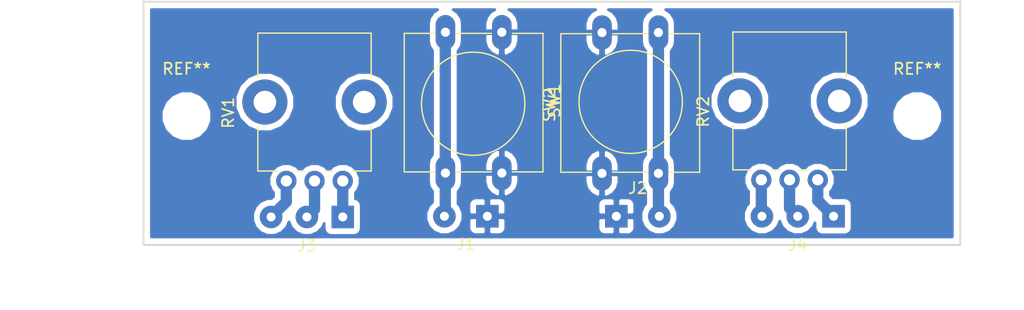
<source format=kicad_pcb>
(kicad_pcb (version 20171130) (host pcbnew 5.0.2-bee76a0~70~ubuntu16.04.1)

  (general
    (thickness 1.6)
    (drawings 6)
    (tracks 18)
    (zones 0)
    (modules 10)
    (nets 10)
  )

  (page A4)
  (layers
    (0 F.Cu signal)
    (31 B.Cu signal)
    (32 B.Adhes user)
    (33 F.Adhes user)
    (34 B.Paste user)
    (35 F.Paste user)
    (36 B.SilkS user)
    (37 F.SilkS user)
    (38 B.Mask user)
    (39 F.Mask user)
    (40 Dwgs.User user)
    (41 Cmts.User user)
    (42 Eco1.User user)
    (43 Eco2.User user)
    (44 Edge.Cuts user)
    (45 Margin user)
    (46 B.CrtYd user)
    (47 F.CrtYd user)
    (48 B.Fab user)
    (49 F.Fab user)
  )

  (setup
    (last_trace_width 1)
    (trace_clearance 0.5)
    (zone_clearance 0.508)
    (zone_45_only no)
    (trace_min 0.2)
    (segment_width 0.2)
    (edge_width 0.15)
    (via_size 0.8)
    (via_drill 0.4)
    (via_min_size 0.4)
    (via_min_drill 0.3)
    (uvia_size 0.3)
    (uvia_drill 0.1)
    (uvias_allowed no)
    (uvia_min_size 0.2)
    (uvia_min_drill 0.1)
    (pcb_text_width 0.3)
    (pcb_text_size 1.5 1.5)
    (mod_edge_width 0.15)
    (mod_text_size 1 1)
    (mod_text_width 0.15)
    (pad_size 1.524 1.524)
    (pad_drill 0.762)
    (pad_to_mask_clearance 0.051)
    (solder_mask_min_width 0.25)
    (aux_axis_origin 0 0)
    (visible_elements FFFFFF7F)
    (pcbplotparams
      (layerselection 0x010fc_ffffffff)
      (usegerberextensions false)
      (usegerberattributes false)
      (usegerberadvancedattributes false)
      (creategerberjobfile false)
      (excludeedgelayer true)
      (linewidth 0.100000)
      (plotframeref false)
      (viasonmask false)
      (mode 1)
      (useauxorigin false)
      (hpglpennumber 1)
      (hpglpenspeed 20)
      (hpglpendiameter 15.000000)
      (psnegative false)
      (psa4output false)
      (plotreference true)
      (plotvalue true)
      (plotinvisibletext false)
      (padsonsilk false)
      (subtractmaskfromsilk false)
      (outputformat 1)
      (mirror false)
      (drillshape 1)
      (scaleselection 1)
      (outputdirectory ""))
  )

  (net 0 "")
  (net 1 "Net-(J1-Pad1)")
  (net 2 "Net-(J1-Pad2)")
  (net 3 "Net-(J3-Pad1)")
  (net 4 "Net-(J3-Pad2)")
  (net 5 "Net-(J3-Pad3)")
  (net 6 "Net-(J4-Pad3)")
  (net 7 "Net-(J4-Pad2)")
  (net 8 "Net-(J4-Pad1)")
  (net 9 "Net-(J2-Pad2)")

  (net_class Default "This is the default net class."
    (clearance 0.5)
    (trace_width 1)
    (via_dia 0.8)
    (via_drill 0.4)
    (uvia_dia 0.3)
    (uvia_drill 0.1)
    (add_net "Net-(J1-Pad1)")
    (add_net "Net-(J1-Pad2)")
    (add_net "Net-(J2-Pad2)")
    (add_net "Net-(J3-Pad1)")
    (add_net "Net-(J3-Pad2)")
    (add_net "Net-(J3-Pad3)")
    (add_net "Net-(J4-Pad1)")
    (add_net "Net-(J4-Pad2)")
    (add_net "Net-(J4-Pad3)")
  )

  (module Potentiometer_THT:Potentiometer_Alps_RK09K_Single_Vertical (layer F.Cu) (tedit 5A3D4993) (tstamp 5C270F83)
    (at 100.4 126.3 90)
    (descr "Potentiometer, vertical, Alps RK09K Single, http://www.alps.com/prod/info/E/HTML/Potentiometer/RotaryPotentiometers/RK09K/RK09K_list.html")
    (tags "Potentiometer vertical Alps RK09K Single")
    (path /5C1A7280)
    (fp_text reference RV2 (at 6.05 -10.15 90) (layer F.SilkS)
      (effects (font (size 1 1) (thickness 0.15)))
    )
    (fp_text value R_POT (at 6.05 5.15 90) (layer F.Fab)
      (effects (font (size 1 1) (thickness 0.15)))
    )
    (fp_text user %R (at 2 -2.5 180) (layer F.Fab)
      (effects (font (size 1 1) (thickness 0.15)))
    )
    (fp_line (start 13.25 -9.15) (end -1.15 -9.15) (layer F.CrtYd) (width 0.05))
    (fp_line (start 13.25 4.15) (end 13.25 -9.15) (layer F.CrtYd) (width 0.05))
    (fp_line (start -1.15 4.15) (end 13.25 4.15) (layer F.CrtYd) (width 0.05))
    (fp_line (start -1.15 -9.15) (end -1.15 4.15) (layer F.CrtYd) (width 0.05))
    (fp_line (start 13.12 -7.521) (end 13.12 2.52) (layer F.SilkS) (width 0.12))
    (fp_line (start 0.88 0.87) (end 0.88 2.52) (layer F.SilkS) (width 0.12))
    (fp_line (start 0.88 -1.629) (end 0.88 -0.87) (layer F.SilkS) (width 0.12))
    (fp_line (start 0.88 -4.129) (end 0.88 -3.37) (layer F.SilkS) (width 0.12))
    (fp_line (start 0.88 -7.521) (end 0.88 -5.871) (layer F.SilkS) (width 0.12))
    (fp_line (start 9.184 2.52) (end 13.12 2.52) (layer F.SilkS) (width 0.12))
    (fp_line (start 0.88 2.52) (end 4.817 2.52) (layer F.SilkS) (width 0.12))
    (fp_line (start 9.184 -7.521) (end 13.12 -7.521) (layer F.SilkS) (width 0.12))
    (fp_line (start 0.88 -7.521) (end 4.817 -7.521) (layer F.SilkS) (width 0.12))
    (fp_line (start 13 -7.4) (end 1 -7.4) (layer F.Fab) (width 0.1))
    (fp_line (start 13 2.4) (end 13 -7.4) (layer F.Fab) (width 0.1))
    (fp_line (start 1 2.4) (end 13 2.4) (layer F.Fab) (width 0.1))
    (fp_line (start 1 -7.4) (end 1 2.4) (layer F.Fab) (width 0.1))
    (fp_circle (center 7.5 -2.5) (end 10.5 -2.5) (layer F.Fab) (width 0.1))
    (pad "" np_thru_hole circle (at 7 1.9 90) (size 4 4) (drill 2) (layers *.Cu *.Mask))
    (pad "" np_thru_hole circle (at 7 -6.9 90) (size 4 4) (drill 2) (layers *.Cu *.Mask))
    (pad 1 thru_hole circle (at 0 0 90) (size 1.8 1.8) (drill 1) (layers *.Cu *.Mask)
      (net 8 "Net-(J4-Pad1)"))
    (pad 2 thru_hole circle (at 0 -2.5 90) (size 1.8 1.8) (drill 1) (layers *.Cu *.Mask)
      (net 7 "Net-(J4-Pad2)"))
    (pad 3 thru_hole circle (at 0 -5 90) (size 1.8 1.8) (drill 1) (layers *.Cu *.Mask)
      (net 6 "Net-(J4-Pad3)"))
    (model ${KISYS3DMOD}/Potentiometer_THT.3dshapes/Potentiometer_Alps_RK09K_Single_Vertical.wrl
      (at (xyz 0 0 0))
      (scale (xyz 1 1 1))
      (rotate (xyz 0 0 0))
    )
  )

  (module Connector_Wire:SolderWirePad_1x02_P3.81mm_Drill0.8mm (layer F.Cu) (tedit 5AEE54BF) (tstamp 5C27061B)
    (at 71.12 129.54 180)
    (descr "Wire solder connection")
    (tags connector)
    (path /5C1A7BF7)
    (attr virtual)
    (fp_text reference J1 (at 1.905 -2.5 180) (layer F.SilkS)
      (effects (font (size 1 1) (thickness 0.15)))
    )
    (fp_text value Conn_01x02_Male (at 1.905 2.54 180) (layer F.Fab)
      (effects (font (size 1 1) (thickness 0.15)))
    )
    (fp_text user %R (at 1.905 0 180) (layer F.Fab)
      (effects (font (size 1 1) (thickness 0.15)))
    )
    (fp_line (start -1.49 -1.5) (end 5.31 -1.5) (layer F.CrtYd) (width 0.05))
    (fp_line (start -1.49 -1.5) (end -1.49 1.5) (layer F.CrtYd) (width 0.05))
    (fp_line (start 5.31 1.5) (end 5.31 -1.5) (layer F.CrtYd) (width 0.05))
    (fp_line (start 5.31 1.5) (end -1.49 1.5) (layer F.CrtYd) (width 0.05))
    (pad 1 thru_hole rect (at 0 0 180) (size 1.99898 1.99898) (drill 0.8001) (layers *.Cu *.Mask)
      (net 1 "Net-(J1-Pad1)"))
    (pad 2 thru_hole circle (at 3.81 0 180) (size 1.99898 1.99898) (drill 0.8001) (layers *.Cu *.Mask)
      (net 2 "Net-(J1-Pad2)"))
  )

  (module Connector_Wire:SolderWirePad_1x02_P3.81mm_Drill0.8mm (layer F.Cu) (tedit 5AEE54BF) (tstamp 5C270626)
    (at 82.55 129.54)
    (descr "Wire solder connection")
    (tags connector)
    (path /5C1A7D4A)
    (attr virtual)
    (fp_text reference J2 (at 1.905 -2.5) (layer F.SilkS)
      (effects (font (size 1 1) (thickness 0.15)))
    )
    (fp_text value Conn_01x02_Male (at 1.905 2.54) (layer F.Fab)
      (effects (font (size 1 1) (thickness 0.15)))
    )
    (fp_line (start 5.31 1.5) (end -1.49 1.5) (layer F.CrtYd) (width 0.05))
    (fp_line (start 5.31 1.5) (end 5.31 -1.5) (layer F.CrtYd) (width 0.05))
    (fp_line (start -1.49 -1.5) (end -1.49 1.5) (layer F.CrtYd) (width 0.05))
    (fp_line (start -1.49 -1.5) (end 5.31 -1.5) (layer F.CrtYd) (width 0.05))
    (fp_text user %R (at 1.905 0) (layer F.Fab)
      (effects (font (size 1 1) (thickness 0.15)))
    )
    (pad 2 thru_hole circle (at 3.81 0) (size 1.99898 1.99898) (drill 0.8001) (layers *.Cu *.Mask)
      (net 9 "Net-(J2-Pad2)"))
    (pad 1 thru_hole rect (at 0 0) (size 1.99898 1.99898) (drill 0.8001) (layers *.Cu *.Mask)
      (net 1 "Net-(J1-Pad1)"))
  )

  (module Connector_Wire:SolderWirePad_1x03_P3.175mm_Drill0.8mm (layer F.Cu) (tedit 5AEE57A0) (tstamp 5C271027)
    (at 58.3 129.6 180)
    (descr "Wire solder connection")
    (tags connector)
    (path /5C1A7AB6)
    (attr virtual)
    (fp_text reference J3 (at 3.175 -2.54 180) (layer F.SilkS)
      (effects (font (size 1 1) (thickness 0.15)))
    )
    (fp_text value Conn_01x03_Male (at 3.175 2.54 180) (layer F.Fab)
      (effects (font (size 1 1) (thickness 0.15)))
    )
    (fp_text user %R (at 3.175 0 180) (layer F.Fab)
      (effects (font (size 1 1) (thickness 0.15)))
    )
    (fp_line (start -1.49 -1.5) (end 7.85 -1.5) (layer F.CrtYd) (width 0.05))
    (fp_line (start -1.49 -1.5) (end -1.49 1.5) (layer F.CrtYd) (width 0.05))
    (fp_line (start 7.85 1.5) (end 7.85 -1.5) (layer F.CrtYd) (width 0.05))
    (fp_line (start 7.85 1.5) (end -1.49 1.5) (layer F.CrtYd) (width 0.05))
    (pad 1 thru_hole rect (at 0 0 180) (size 1.99898 1.99898) (drill 0.8001) (layers *.Cu *.Mask)
      (net 3 "Net-(J3-Pad1)"))
    (pad 2 thru_hole circle (at 3.175 0 180) (size 1.99898 1.99898) (drill 0.8001) (layers *.Cu *.Mask)
      (net 4 "Net-(J3-Pad2)"))
    (pad 3 thru_hole circle (at 6.35 0 180) (size 1.99898 1.99898) (drill 0.8001) (layers *.Cu *.Mask)
      (net 5 "Net-(J3-Pad3)"))
  )

  (module Connector_Wire:SolderWirePad_1x03_P3.175mm_Drill0.8mm (layer F.Cu) (tedit 5AEE57A0) (tstamp 5C27063E)
    (at 101.8 129.54 180)
    (descr "Wire solder connection")
    (tags connector)
    (path /5C1A7AE0)
    (attr virtual)
    (fp_text reference J4 (at 3.175 -2.54 180) (layer F.SilkS)
      (effects (font (size 1 1) (thickness 0.15)))
    )
    (fp_text value Conn_01x03_Male (at 3.175 2.54 180) (layer F.Fab)
      (effects (font (size 1 1) (thickness 0.15)))
    )
    (fp_line (start 7.85 1.5) (end -1.49 1.5) (layer F.CrtYd) (width 0.05))
    (fp_line (start 7.85 1.5) (end 7.85 -1.5) (layer F.CrtYd) (width 0.05))
    (fp_line (start -1.49 -1.5) (end -1.49 1.5) (layer F.CrtYd) (width 0.05))
    (fp_line (start -1.49 -1.5) (end 7.85 -1.5) (layer F.CrtYd) (width 0.05))
    (fp_text user %R (at 3.175 0 180) (layer F.Fab)
      (effects (font (size 1 1) (thickness 0.15)))
    )
    (pad 3 thru_hole circle (at 6.35 0 180) (size 1.99898 1.99898) (drill 0.8001) (layers *.Cu *.Mask)
      (net 6 "Net-(J4-Pad3)"))
    (pad 2 thru_hole circle (at 3.175 0 180) (size 1.99898 1.99898) (drill 0.8001) (layers *.Cu *.Mask)
      (net 7 "Net-(J4-Pad2)"))
    (pad 1 thru_hole rect (at 0 0 180) (size 1.99898 1.99898) (drill 0.8001) (layers *.Cu *.Mask)
      (net 8 "Net-(J4-Pad1)"))
  )

  (module Potentiometer_THT:Potentiometer_Alps_RK09K_Single_Vertical (layer F.Cu) (tedit 5A3D4993) (tstamp 5C27065A)
    (at 58.3 126.4 90)
    (descr "Potentiometer, vertical, Alps RK09K Single, http://www.alps.com/prod/info/E/HTML/Potentiometer/RotaryPotentiometers/RK09K/RK09K_list.html")
    (tags "Potentiometer vertical Alps RK09K Single")
    (path /5C1A711A)
    (fp_text reference RV1 (at 6.05 -10.15 90) (layer F.SilkS)
      (effects (font (size 1 1) (thickness 0.15)))
    )
    (fp_text value R_POT (at 6.05 5.15 90) (layer F.Fab)
      (effects (font (size 1 1) (thickness 0.15)))
    )
    (fp_circle (center 7.5 -2.5) (end 10.5 -2.5) (layer F.Fab) (width 0.1))
    (fp_line (start 1 -7.4) (end 1 2.4) (layer F.Fab) (width 0.1))
    (fp_line (start 1 2.4) (end 13 2.4) (layer F.Fab) (width 0.1))
    (fp_line (start 13 2.4) (end 13 -7.4) (layer F.Fab) (width 0.1))
    (fp_line (start 13 -7.4) (end 1 -7.4) (layer F.Fab) (width 0.1))
    (fp_line (start 0.88 -7.521) (end 4.817 -7.521) (layer F.SilkS) (width 0.12))
    (fp_line (start 9.184 -7.521) (end 13.12 -7.521) (layer F.SilkS) (width 0.12))
    (fp_line (start 0.88 2.52) (end 4.817 2.52) (layer F.SilkS) (width 0.12))
    (fp_line (start 9.184 2.52) (end 13.12 2.52) (layer F.SilkS) (width 0.12))
    (fp_line (start 0.88 -7.521) (end 0.88 -5.871) (layer F.SilkS) (width 0.12))
    (fp_line (start 0.88 -4.129) (end 0.88 -3.37) (layer F.SilkS) (width 0.12))
    (fp_line (start 0.88 -1.629) (end 0.88 -0.87) (layer F.SilkS) (width 0.12))
    (fp_line (start 0.88 0.87) (end 0.88 2.52) (layer F.SilkS) (width 0.12))
    (fp_line (start 13.12 -7.521) (end 13.12 2.52) (layer F.SilkS) (width 0.12))
    (fp_line (start -1.15 -9.15) (end -1.15 4.15) (layer F.CrtYd) (width 0.05))
    (fp_line (start -1.15 4.15) (end 13.25 4.15) (layer F.CrtYd) (width 0.05))
    (fp_line (start 13.25 4.15) (end 13.25 -9.15) (layer F.CrtYd) (width 0.05))
    (fp_line (start 13.25 -9.15) (end -1.15 -9.15) (layer F.CrtYd) (width 0.05))
    (fp_text user %R (at 2 -2.5 180) (layer F.Fab)
      (effects (font (size 1 1) (thickness 0.15)))
    )
    (pad 3 thru_hole circle (at 0 -5 90) (size 1.8 1.8) (drill 1) (layers *.Cu *.Mask)
      (net 5 "Net-(J3-Pad3)"))
    (pad 2 thru_hole circle (at 0 -2.5 90) (size 1.8 1.8) (drill 1) (layers *.Cu *.Mask)
      (net 4 "Net-(J3-Pad2)"))
    (pad 1 thru_hole circle (at 0 0 90) (size 1.8 1.8) (drill 1) (layers *.Cu *.Mask)
      (net 3 "Net-(J3-Pad1)"))
    (pad "" np_thru_hole circle (at 7 -6.9 90) (size 4 4) (drill 2) (layers *.Cu *.Mask))
    (pad "" np_thru_hole circle (at 7 1.9 90) (size 4 4) (drill 2) (layers *.Cu *.Mask))
    (model ${KISYS3DMOD}/Potentiometer_THT.3dshapes/Potentiometer_Alps_RK09K_Single_Vertical.wrl
      (at (xyz 0 0 0))
      (scale (xyz 1 1 1))
      (rotate (xyz 0 0 0))
    )
  )

  (module Button_Switch_THT:SW_PUSH-12mm (layer F.Cu) (tedit 5A02FE31) (tstamp 5C1D2165)
    (at 72.4 113.2 270)
    (descr "SW PUSH 12mm https://www.e-switch.com/system/asset/product_line/data_sheet/143/TL1100.pdf")
    (tags "tact sw push 12mm")
    (path /5C1A77E9)
    (fp_text reference SW1 (at 6.08 -4.66 270) (layer F.SilkS)
      (effects (font (size 1 1) (thickness 0.15)))
    )
    (fp_text value SW_Push (at 6.62 9.93 270) (layer F.Fab)
      (effects (font (size 1 1) (thickness 0.15)))
    )
    (fp_line (start 12.4 -3.65) (end 12.4 -0.93) (layer F.SilkS) (width 0.12))
    (fp_line (start 12.4 5.93) (end 12.4 8.65) (layer F.SilkS) (width 0.12))
    (fp_line (start 0.1 4.07) (end 0.1 0.93) (layer F.SilkS) (width 0.12))
    (fp_line (start 0.1 8.65) (end 0.1 5.93) (layer F.SilkS) (width 0.12))
    (fp_line (start 0.25 -3.5) (end 0.25 8.5) (layer F.Fab) (width 0.1))
    (fp_circle (center 6.35 2.54) (end 10.16 5.08) (layer F.SilkS) (width 0.12))
    (fp_line (start 14.25 8.75) (end -1.77 8.75) (layer F.CrtYd) (width 0.05))
    (fp_line (start 14.25 8.75) (end 14.25 -3.75) (layer F.CrtYd) (width 0.05))
    (fp_line (start -1.77 -3.75) (end -1.77 8.75) (layer F.CrtYd) (width 0.05))
    (fp_line (start -1.77 -3.75) (end 14.25 -3.75) (layer F.CrtYd) (width 0.05))
    (fp_line (start 0.1 -0.93) (end 0.1 -3.65) (layer F.SilkS) (width 0.12))
    (fp_line (start 12.4 8.65) (end 0.1 8.65) (layer F.SilkS) (width 0.12))
    (fp_line (start 12.4 0.93) (end 12.4 4.07) (layer F.SilkS) (width 0.12))
    (fp_line (start 0.1 -3.65) (end 12.4 -3.65) (layer F.SilkS) (width 0.12))
    (fp_text user %R (at 6.35 2.54 270) (layer F.Fab)
      (effects (font (size 1 1) (thickness 0.15)))
    )
    (fp_line (start 12.25 -3.5) (end 12.25 8.5) (layer F.Fab) (width 0.1))
    (fp_line (start 0.25 -3.5) (end 12.25 -3.5) (layer F.Fab) (width 0.1))
    (fp_line (start 0.25 8.5) (end 12.25 8.5) (layer F.Fab) (width 0.1))
    (pad 2 thru_hole oval (at 0 5 270) (size 3.048 1.7272) (drill 0.8128) (layers *.Cu *.Mask)
      (net 2 "Net-(J1-Pad2)"))
    (pad 1 thru_hole oval (at 0 0 270) (size 3.048 1.7272) (drill 0.8128) (layers *.Cu *.Mask)
      (net 1 "Net-(J1-Pad1)"))
    (pad 2 thru_hole oval (at 12.5 5 270) (size 3.048 1.7272) (drill 0.8128) (layers *.Cu *.Mask)
      (net 2 "Net-(J1-Pad2)"))
    (pad 1 thru_hole oval (at 12.5 0 270) (size 3.048 1.7272) (drill 0.8128) (layers *.Cu *.Mask)
      (net 1 "Net-(J1-Pad1)"))
    (model ${KISYS3DMOD}/Button_Switch_THT.3dshapes/SW_PUSH-12mm.wrl
      (at (xyz 0 0 0))
      (scale (xyz 1 1 1))
      (rotate (xyz 0 0 0))
    )
  )

  (module Button_Switch_THT:SW_PUSH-12mm (layer F.Cu) (tedit 5A02FE31) (tstamp 5C28A056)
    (at 81.28 125.73 90)
    (descr "SW PUSH 12mm https://www.e-switch.com/system/asset/product_line/data_sheet/143/TL1100.pdf")
    (tags "tact sw push 12mm")
    (path /5C1A756B)
    (fp_text reference SW2 (at 6.08 -4.66 90) (layer F.SilkS)
      (effects (font (size 1 1) (thickness 0.15)))
    )
    (fp_text value SW_Push (at 6.62 9.93 90) (layer F.Fab)
      (effects (font (size 1 1) (thickness 0.15)))
    )
    (fp_line (start 0.25 8.5) (end 12.25 8.5) (layer F.Fab) (width 0.1))
    (fp_line (start 0.25 -3.5) (end 12.25 -3.5) (layer F.Fab) (width 0.1))
    (fp_line (start 12.25 -3.5) (end 12.25 8.5) (layer F.Fab) (width 0.1))
    (fp_text user %R (at 6.35 2.54 90) (layer F.Fab)
      (effects (font (size 1 1) (thickness 0.15)))
    )
    (fp_line (start 0.1 -3.65) (end 12.4 -3.65) (layer F.SilkS) (width 0.12))
    (fp_line (start 12.4 0.93) (end 12.4 4.07) (layer F.SilkS) (width 0.12))
    (fp_line (start 12.4 8.65) (end 0.1 8.65) (layer F.SilkS) (width 0.12))
    (fp_line (start 0.1 -0.93) (end 0.1 -3.65) (layer F.SilkS) (width 0.12))
    (fp_line (start -1.77 -3.75) (end 14.25 -3.75) (layer F.CrtYd) (width 0.05))
    (fp_line (start -1.77 -3.75) (end -1.77 8.75) (layer F.CrtYd) (width 0.05))
    (fp_line (start 14.25 8.75) (end 14.25 -3.75) (layer F.CrtYd) (width 0.05))
    (fp_line (start 14.25 8.75) (end -1.77 8.75) (layer F.CrtYd) (width 0.05))
    (fp_circle (center 6.35 2.54) (end 10.16 5.08) (layer F.SilkS) (width 0.12))
    (fp_line (start 0.25 -3.5) (end 0.25 8.5) (layer F.Fab) (width 0.1))
    (fp_line (start 0.1 8.65) (end 0.1 5.93) (layer F.SilkS) (width 0.12))
    (fp_line (start 0.1 4.07) (end 0.1 0.93) (layer F.SilkS) (width 0.12))
    (fp_line (start 12.4 5.93) (end 12.4 8.65) (layer F.SilkS) (width 0.12))
    (fp_line (start 12.4 -3.65) (end 12.4 -0.93) (layer F.SilkS) (width 0.12))
    (pad 1 thru_hole oval (at 12.5 0 90) (size 3.048 1.7272) (drill 0.8128) (layers *.Cu *.Mask)
      (net 1 "Net-(J1-Pad1)"))
    (pad 2 thru_hole oval (at 12.5 5 90) (size 3.048 1.7272) (drill 0.8128) (layers *.Cu *.Mask)
      (net 9 "Net-(J2-Pad2)"))
    (pad 1 thru_hole oval (at 0 0 90) (size 3.048 1.7272) (drill 0.8128) (layers *.Cu *.Mask)
      (net 1 "Net-(J1-Pad1)"))
    (pad 2 thru_hole oval (at 0 5 90) (size 3.048 1.7272) (drill 0.8128) (layers *.Cu *.Mask)
      (net 9 "Net-(J2-Pad2)"))
    (model ${KISYS3DMOD}/Button_Switch_THT.3dshapes/SW_PUSH-12mm.wrl
      (at (xyz 0 0 0))
      (scale (xyz 1 1 1))
      (rotate (xyz 0 0 0))
    )
  )

  (module MountingHole:MountingHole_3.2mm_M3 (layer F.Cu) (tedit 56D1B4CB) (tstamp 5C34D7B5)
    (at 109.22 120.65)
    (descr "Mounting Hole 3.2mm, no annular, M3")
    (tags "mounting hole 3.2mm no annular m3")
    (attr virtual)
    (fp_text reference REF** (at 0 -4.2) (layer F.SilkS)
      (effects (font (size 1 1) (thickness 0.15)))
    )
    (fp_text value MountingHole_3.2mm_M3 (at 0 4.2) (layer F.Fab)
      (effects (font (size 1 1) (thickness 0.15)))
    )
    (fp_circle (center 0 0) (end 3.45 0) (layer F.CrtYd) (width 0.05))
    (fp_circle (center 0 0) (end 3.2 0) (layer Cmts.User) (width 0.15))
    (fp_text user %R (at 0.3 0) (layer F.Fab)
      (effects (font (size 1 1) (thickness 0.15)))
    )
    (pad 1 np_thru_hole circle (at 0 0) (size 3.2 3.2) (drill 3.2) (layers *.Cu *.Mask))
  )

  (module MountingHole:MountingHole_3.2mm_M3 (layer F.Cu) (tedit 56D1B4CB) (tstamp 5C34D7A4)
    (at 44.45 120.65)
    (descr "Mounting Hole 3.2mm, no annular, M3")
    (tags "mounting hole 3.2mm no annular m3")
    (attr virtual)
    (fp_text reference REF** (at 0 -4.2) (layer F.SilkS)
      (effects (font (size 1 1) (thickness 0.15)))
    )
    (fp_text value MountingHole_3.2mm_M3 (at 0 4.2) (layer F.Fab)
      (effects (font (size 1 1) (thickness 0.15)))
    )
    (fp_circle (center 0 0) (end 3.45 0) (layer F.CrtYd) (width 0.05))
    (fp_circle (center 0 0) (end 3.2 0) (layer Cmts.User) (width 0.15))
    (fp_text user %R (at 0.3 0) (layer F.Fab)
      (effects (font (size 1 1) (thickness 0.15)))
    )
    (pad 1 np_thru_hole circle (at 0 0) (size 3.2 3.2) (drill 3.2) (layers *.Cu *.Mask))
  )

  (dimension 21.59 (width 0.3) (layer Dwgs.User)
    (gr_text "21,590 mm" (at 33.46 121.285 90) (layer Dwgs.User)
      (effects (font (size 1.5 1.5) (thickness 0.3)))
    )
    (feature1 (pts (xy 40.64 110.49) (xy 34.973579 110.49)))
    (feature2 (pts (xy 40.64 132.08) (xy 34.973579 132.08)))
    (crossbar (pts (xy 35.56 132.08) (xy 35.56 110.49)))
    (arrow1a (pts (xy 35.56 110.49) (xy 36.146421 111.616504)))
    (arrow1b (pts (xy 35.56 110.49) (xy 34.973579 111.616504)))
    (arrow2a (pts (xy 35.56 132.08) (xy 36.146421 130.953496)))
    (arrow2b (pts (xy 35.56 132.08) (xy 34.973579 130.953496)))
  )
  (dimension 72.39 (width 0.3) (layer Dwgs.User)
    (gr_text "72,390 mm" (at 76.835 139.26) (layer Dwgs.User)
      (effects (font (size 1.5 1.5) (thickness 0.3)))
    )
    (feature1 (pts (xy 113.03 132.08) (xy 113.03 137.746421)))
    (feature2 (pts (xy 40.64 132.08) (xy 40.64 137.746421)))
    (crossbar (pts (xy 40.64 137.16) (xy 113.03 137.16)))
    (arrow1a (pts (xy 113.03 137.16) (xy 111.903496 137.746421)))
    (arrow1b (pts (xy 113.03 137.16) (xy 111.903496 136.573579)))
    (arrow2a (pts (xy 40.64 137.16) (xy 41.766504 137.746421)))
    (arrow2b (pts (xy 40.64 137.16) (xy 41.766504 136.573579)))
  )
  (gr_line (start 40.64 132.08) (end 40.64 110.49) (layer Edge.Cuts) (width 0.15))
  (gr_line (start 113.03 132.08) (end 40.64 132.08) (layer Edge.Cuts) (width 0.15))
  (gr_line (start 113.03 110.49) (end 113.03 132.08) (layer Edge.Cuts) (width 0.15))
  (gr_line (start 40.64 110.49) (end 113.03 110.49) (layer Edge.Cuts) (width 0.15))

  (segment (start 81.08 113.03) (end 81.28 113.23) (width 1) (layer B.Cu) (net 1))
  (segment (start 67.39 129.46) (end 67.31 129.54) (width 1) (layer B.Cu) (net 2))
  (segment (start 67.39 113.03) (end 67.39 129.46) (width 1) (layer B.Cu) (net 2))
  (segment (start 58.3 126.4) (end 58.3 129.6) (width 1) (layer B.Cu) (net 3))
  (segment (start 55.8 128.925) (end 55.125 129.6) (width 1) (layer B.Cu) (net 4))
  (segment (start 55.8 126.4) (end 55.8 128.925) (width 1) (layer B.Cu) (net 4))
  (segment (start 53.3 128.25) (end 51.95 129.6) (width 1) (layer B.Cu) (net 5))
  (segment (start 53.3 126.4) (end 53.3 128.25) (width 1) (layer B.Cu) (net 5))
  (segment (start 95.4 129.49) (end 95.45 129.54) (width 1) (layer B.Cu) (net 6))
  (segment (start 95.4 126.3) (end 95.4 129.49) (width 1) (layer B.Cu) (net 6))
  (segment (start 98.38 129.495) (end 98.425 129.54) (width 1) (layer B.Cu) (net 7))
  (segment (start 97.9 128.815) (end 98.625 129.54) (width 1) (layer B.Cu) (net 7))
  (segment (start 97.9 126.3) (end 97.9 128.815) (width 1) (layer B.Cu) (net 7))
  (segment (start 100.4 128.14) (end 101.8 129.54) (width 1) (layer B.Cu) (net 8))
  (segment (start 100.4 126.3) (end 100.4 128.14) (width 1) (layer B.Cu) (net 8))
  (segment (start 86.28 112.5696) (end 86.28 113.23) (width 1) (layer B.Cu) (net 9))
  (segment (start 86.28 129.46) (end 86.36 129.54) (width 1) (layer B.Cu) (net 9))
  (segment (start 86.28 113.23) (end 86.28 129.46) (width 1) (layer B.Cu) (net 9))

  (zone (net 1) (net_name "Net-(J1-Pad1)") (layer B.Cu) (tstamp 0) (hatch edge 0.508)
    (connect_pads (clearance 0.508))
    (min_thickness 0.254)
    (fill yes (arc_segments 16) (thermal_gap 0.508) (thermal_bridge_width 0.508))
    (polygon
      (pts
        (xy 40.7 110.5) (xy 113.1 110.4) (xy 112.9 132.1) (xy 40.6 132) (xy 40.8 110.4)
        (xy 40.6 110.5) (xy 40.8 110.5)
      )
    )
    (filled_polygon
      (pts
        (xy 66.319571 111.45917) (xy 65.988351 111.954875) (xy 65.9014 112.392002) (xy 65.9014 114.007997) (xy 65.98835 114.445124)
        (xy 66.255 114.844194) (xy 66.255001 124.055806) (xy 65.988351 124.454875) (xy 65.9014 124.892002) (xy 65.9014 126.507997)
        (xy 65.98835 126.945124) (xy 66.255001 127.344195) (xy 66.255001 128.283481) (xy 65.924346 128.614136) (xy 65.67551 129.21488)
        (xy 65.67551 129.86512) (xy 65.924346 130.465864) (xy 66.384136 130.925654) (xy 66.98488 131.17449) (xy 67.63512 131.17449)
        (xy 68.235864 130.925654) (xy 68.695654 130.465864) (xy 68.94449 129.86512) (xy 68.94449 129.82575) (xy 69.48551 129.82575)
        (xy 69.48551 130.6658) (xy 69.582183 130.899189) (xy 69.760812 131.077817) (xy 69.994201 131.17449) (xy 70.83425 131.17449)
        (xy 70.993 131.01574) (xy 70.993 129.667) (xy 71.247 129.667) (xy 71.247 131.01574) (xy 71.40575 131.17449)
        (xy 72.245799 131.17449) (xy 72.479188 131.077817) (xy 72.657817 130.899189) (xy 72.75449 130.6658) (xy 72.75449 129.82575)
        (xy 80.91551 129.82575) (xy 80.91551 130.6658) (xy 81.012183 130.899189) (xy 81.190812 131.077817) (xy 81.424201 131.17449)
        (xy 82.26425 131.17449) (xy 82.423 131.01574) (xy 82.423 129.667) (xy 82.677 129.667) (xy 82.677 131.01574)
        (xy 82.83575 131.17449) (xy 83.675799 131.17449) (xy 83.909188 131.077817) (xy 84.087817 130.899189) (xy 84.18449 130.6658)
        (xy 84.18449 129.82575) (xy 84.02574 129.667) (xy 82.677 129.667) (xy 82.423 129.667) (xy 81.07426 129.667)
        (xy 80.91551 129.82575) (xy 72.75449 129.82575) (xy 72.59574 129.667) (xy 71.247 129.667) (xy 70.993 129.667)
        (xy 69.64426 129.667) (xy 69.48551 129.82575) (xy 68.94449 129.82575) (xy 68.94449 129.21488) (xy 68.695654 128.614136)
        (xy 68.525 128.443482) (xy 68.525 128.4142) (xy 69.48551 128.4142) (xy 69.48551 129.25425) (xy 69.64426 129.413)
        (xy 70.993 129.413) (xy 70.993 128.06426) (xy 71.247 128.06426) (xy 71.247 129.413) (xy 72.59574 129.413)
        (xy 72.75449 129.25425) (xy 72.75449 128.4142) (xy 80.91551 128.4142) (xy 80.91551 129.25425) (xy 81.07426 129.413)
        (xy 82.423 129.413) (xy 82.423 128.06426) (xy 82.677 128.06426) (xy 82.677 129.413) (xy 84.02574 129.413)
        (xy 84.18449 129.25425) (xy 84.18449 128.4142) (xy 84.087817 128.180811) (xy 83.909188 128.002183) (xy 83.675799 127.90551)
        (xy 82.83575 127.90551) (xy 82.677 128.06426) (xy 82.423 128.06426) (xy 82.26425 127.90551) (xy 81.424201 127.90551)
        (xy 81.190812 128.002183) (xy 81.012183 128.180811) (xy 80.91551 128.4142) (xy 72.75449 128.4142) (xy 72.657817 128.180811)
        (xy 72.479188 128.002183) (xy 72.245799 127.90551) (xy 71.40575 127.90551) (xy 71.247 128.06426) (xy 70.993 128.06426)
        (xy 70.83425 127.90551) (xy 69.994201 127.90551) (xy 69.760812 128.002183) (xy 69.582183 128.180811) (xy 69.48551 128.4142)
        (xy 68.525 128.4142) (xy 68.525 127.374126) (xy 68.81165 126.945125) (xy 68.8986 126.507998) (xy 68.8986 125.827)
        (xy 70.9014 125.827) (xy 70.9014 126.4874) (xy 71.064075 127.051222) (xy 71.430132 127.509873) (xy 71.943843 127.793527)
        (xy 72.040974 127.815358) (xy 72.273 127.694217) (xy 72.273 125.827) (xy 72.527 125.827) (xy 72.527 127.694217)
        (xy 72.759026 127.815358) (xy 72.856157 127.793527) (xy 73.369868 127.509873) (xy 73.735925 127.051222) (xy 73.8986 126.4874)
        (xy 73.8986 125.857) (xy 79.7814 125.857) (xy 79.7814 126.5174) (xy 79.944075 127.081222) (xy 80.310132 127.539873)
        (xy 80.823843 127.823527) (xy 80.920974 127.845358) (xy 81.153 127.724217) (xy 81.153 125.857) (xy 81.407 125.857)
        (xy 81.407 127.724217) (xy 81.639026 127.845358) (xy 81.736157 127.823527) (xy 82.249868 127.539873) (xy 82.615925 127.081222)
        (xy 82.7786 126.5174) (xy 82.7786 125.857) (xy 81.407 125.857) (xy 81.153 125.857) (xy 79.7814 125.857)
        (xy 73.8986 125.857) (xy 73.8986 125.827) (xy 72.527 125.827) (xy 72.273 125.827) (xy 70.9014 125.827)
        (xy 68.8986 125.827) (xy 68.8986 124.9126) (xy 70.9014 124.9126) (xy 70.9014 125.573) (xy 72.273 125.573)
        (xy 72.273 123.705783) (xy 72.527 123.705783) (xy 72.527 125.573) (xy 73.8986 125.573) (xy 73.8986 124.9426)
        (xy 79.7814 124.9426) (xy 79.7814 125.603) (xy 81.153 125.603) (xy 81.153 123.735783) (xy 81.407 123.735783)
        (xy 81.407 125.603) (xy 82.7786 125.603) (xy 82.7786 124.9426) (xy 82.615925 124.378778) (xy 82.249868 123.920127)
        (xy 81.736157 123.636473) (xy 81.639026 123.614642) (xy 81.407 123.735783) (xy 81.153 123.735783) (xy 80.920974 123.614642)
        (xy 80.823843 123.636473) (xy 80.310132 123.920127) (xy 79.944075 124.378778) (xy 79.7814 124.9426) (xy 73.8986 124.9426)
        (xy 73.8986 124.9126) (xy 73.735925 124.348778) (xy 73.369868 123.890127) (xy 72.856157 123.606473) (xy 72.759026 123.584642)
        (xy 72.527 123.705783) (xy 72.273 123.705783) (xy 72.040974 123.584642) (xy 71.943843 123.606473) (xy 71.430132 123.890127)
        (xy 71.064075 124.348778) (xy 70.9014 124.9126) (xy 68.8986 124.9126) (xy 68.8986 124.892002) (xy 68.81165 124.454875)
        (xy 68.525 124.025874) (xy 68.525 114.874126) (xy 68.81165 114.445125) (xy 68.8986 114.007998) (xy 68.8986 113.327)
        (xy 70.9014 113.327) (xy 70.9014 113.9874) (xy 71.064075 114.551222) (xy 71.430132 115.009873) (xy 71.943843 115.293527)
        (xy 72.040974 115.315358) (xy 72.273 115.194217) (xy 72.273 113.327) (xy 72.527 113.327) (xy 72.527 115.194217)
        (xy 72.759026 115.315358) (xy 72.856157 115.293527) (xy 73.369868 115.009873) (xy 73.735925 114.551222) (xy 73.8986 113.9874)
        (xy 73.8986 113.357) (xy 79.7814 113.357) (xy 79.7814 114.0174) (xy 79.944075 114.581222) (xy 80.310132 115.039873)
        (xy 80.823843 115.323527) (xy 80.920974 115.345358) (xy 81.153 115.224217) (xy 81.153 113.357) (xy 81.407 113.357)
        (xy 81.407 115.224217) (xy 81.639026 115.345358) (xy 81.736157 115.323527) (xy 82.249868 115.039873) (xy 82.615925 114.581222)
        (xy 82.7786 114.0174) (xy 82.7786 113.357) (xy 81.407 113.357) (xy 81.153 113.357) (xy 79.7814 113.357)
        (xy 73.8986 113.357) (xy 73.8986 113.327) (xy 72.527 113.327) (xy 72.273 113.327) (xy 70.9014 113.327)
        (xy 68.8986 113.327) (xy 68.8986 112.392002) (xy 68.81165 111.954875) (xy 68.48043 111.45917) (xy 68.092555 111.2)
        (xy 71.774461 111.2) (xy 71.430132 111.390127) (xy 71.064075 111.848778) (xy 70.9014 112.4126) (xy 70.9014 113.073)
        (xy 72.273 113.073) (xy 72.273 113.053) (xy 72.527 113.053) (xy 72.527 113.073) (xy 73.8986 113.073)
        (xy 73.8986 112.4126) (xy 73.735925 111.848778) (xy 73.369868 111.390127) (xy 73.025539 111.2) (xy 80.708793 111.2)
        (xy 80.310132 111.420127) (xy 79.944075 111.878778) (xy 79.7814 112.4426) (xy 79.7814 113.103) (xy 81.153 113.103)
        (xy 81.153 113.083) (xy 81.407 113.083) (xy 81.407 113.103) (xy 82.7786 113.103) (xy 82.7786 112.4426)
        (xy 82.615925 111.878778) (xy 82.249868 111.420127) (xy 81.851207 111.2) (xy 85.632343 111.2) (xy 85.19957 111.48917)
        (xy 84.86835 111.984876) (xy 84.7814 112.422003) (xy 84.7814 114.037998) (xy 84.868351 114.475125) (xy 85.145 114.889159)
        (xy 85.145001 124.070839) (xy 84.86835 124.484876) (xy 84.7814 124.922003) (xy 84.7814 126.537998) (xy 84.868351 126.975125)
        (xy 85.145001 127.38916) (xy 85.145001 128.443481) (xy 84.974346 128.614136) (xy 84.72551 129.21488) (xy 84.72551 129.86512)
        (xy 84.974346 130.465864) (xy 85.434136 130.925654) (xy 86.03488 131.17449) (xy 86.68512 131.17449) (xy 87.285864 130.925654)
        (xy 87.745654 130.465864) (xy 87.99449 129.86512) (xy 87.99449 129.21488) (xy 93.81551 129.21488) (xy 93.81551 129.86512)
        (xy 94.064346 130.465864) (xy 94.524136 130.925654) (xy 95.12488 131.17449) (xy 95.77512 131.17449) (xy 96.375864 130.925654)
        (xy 96.835654 130.465864) (xy 97.0375 129.978564) (xy 97.239346 130.465864) (xy 97.699136 130.925654) (xy 98.29988 131.17449)
        (xy 98.95012 131.17449) (xy 99.550864 130.925654) (xy 100.010654 130.465864) (xy 100.15307 130.122041) (xy 100.15307 130.53949)
        (xy 100.202353 130.787255) (xy 100.342701 130.997299) (xy 100.552745 131.137647) (xy 100.80051 131.18693) (xy 102.79949 131.18693)
        (xy 103.047255 131.137647) (xy 103.257299 130.997299) (xy 103.397647 130.787255) (xy 103.44693 130.53949) (xy 103.44693 128.54051)
        (xy 103.397647 128.292745) (xy 103.257299 128.082701) (xy 103.047255 127.942353) (xy 102.79949 127.89307) (xy 101.758201 127.89307)
        (xy 101.535 127.669869) (xy 101.535 127.335817) (xy 101.70131 127.169507) (xy 101.935 126.60533) (xy 101.935 125.99467)
        (xy 101.70131 125.430493) (xy 101.269507 124.99869) (xy 100.70533 124.765) (xy 100.09467 124.765) (xy 99.530493 124.99869)
        (xy 99.15 125.379183) (xy 98.769507 124.99869) (xy 98.20533 124.765) (xy 97.59467 124.765) (xy 97.030493 124.99869)
        (xy 96.65 125.379183) (xy 96.269507 124.99869) (xy 95.70533 124.765) (xy 95.09467 124.765) (xy 94.530493 124.99869)
        (xy 94.09869 125.430493) (xy 93.865 125.99467) (xy 93.865 126.60533) (xy 94.09869 127.169507) (xy 94.265 127.335817)
        (xy 94.265001 128.413481) (xy 94.064346 128.614136) (xy 93.81551 129.21488) (xy 87.99449 129.21488) (xy 87.745654 128.614136)
        (xy 87.415 128.283482) (xy 87.415 127.38916) (xy 87.69165 126.975125) (xy 87.7786 126.537998) (xy 87.7786 124.922002)
        (xy 87.69165 124.484875) (xy 87.415 124.07084) (xy 87.415 118.775866) (xy 90.865 118.775866) (xy 90.865 119.824134)
        (xy 91.266155 120.792608) (xy 92.007392 121.533845) (xy 92.975866 121.935) (xy 94.024134 121.935) (xy 94.992608 121.533845)
        (xy 95.733845 120.792608) (xy 96.135 119.824134) (xy 96.135 118.775866) (xy 99.665 118.775866) (xy 99.665 119.824134)
        (xy 100.066155 120.792608) (xy 100.807392 121.533845) (xy 101.775866 121.935) (xy 102.824134 121.935) (xy 103.792608 121.533845)
        (xy 104.533845 120.792608) (xy 104.777061 120.205431) (xy 106.985 120.205431) (xy 106.985 121.094569) (xy 107.325259 121.916026)
        (xy 107.953974 122.544741) (xy 108.775431 122.885) (xy 109.664569 122.885) (xy 110.486026 122.544741) (xy 111.114741 121.916026)
        (xy 111.455 121.094569) (xy 111.455 120.205431) (xy 111.114741 119.383974) (xy 110.486026 118.755259) (xy 109.664569 118.415)
        (xy 108.775431 118.415) (xy 107.953974 118.755259) (xy 107.325259 119.383974) (xy 106.985 120.205431) (xy 104.777061 120.205431)
        (xy 104.935 119.824134) (xy 104.935 118.775866) (xy 104.533845 117.807392) (xy 103.792608 117.066155) (xy 102.824134 116.665)
        (xy 101.775866 116.665) (xy 100.807392 117.066155) (xy 100.066155 117.807392) (xy 99.665 118.775866) (xy 96.135 118.775866)
        (xy 95.733845 117.807392) (xy 94.992608 117.066155) (xy 94.024134 116.665) (xy 92.975866 116.665) (xy 92.007392 117.066155)
        (xy 91.266155 117.807392) (xy 90.865 118.775866) (xy 87.415 118.775866) (xy 87.415 114.88916) (xy 87.69165 114.475125)
        (xy 87.7786 114.037998) (xy 87.7786 112.422002) (xy 87.69165 111.984875) (xy 87.36043 111.48917) (xy 86.927656 111.2)
        (xy 112.32 111.2) (xy 112.320001 131.37) (xy 41.35 131.37) (xy 41.35 129.27488) (xy 50.31551 129.27488)
        (xy 50.31551 129.92512) (xy 50.564346 130.525864) (xy 51.024136 130.985654) (xy 51.62488 131.23449) (xy 52.27512 131.23449)
        (xy 52.875864 130.985654) (xy 53.335654 130.525864) (xy 53.5375 130.038564) (xy 53.739346 130.525864) (xy 54.199136 130.985654)
        (xy 54.79988 131.23449) (xy 55.45012 131.23449) (xy 56.050864 130.985654) (xy 56.510654 130.525864) (xy 56.65307 130.182041)
        (xy 56.65307 130.59949) (xy 56.702353 130.847255) (xy 56.842701 131.057299) (xy 57.052745 131.197647) (xy 57.30051 131.24693)
        (xy 59.29949 131.24693) (xy 59.547255 131.197647) (xy 59.757299 131.057299) (xy 59.897647 130.847255) (xy 59.94693 130.59949)
        (xy 59.94693 128.60051) (xy 59.897647 128.352745) (xy 59.757299 128.142701) (xy 59.547255 128.002353) (xy 59.435 127.980024)
        (xy 59.435 127.435817) (xy 59.60131 127.269507) (xy 59.835 126.70533) (xy 59.835 126.09467) (xy 59.60131 125.530493)
        (xy 59.169507 125.09869) (xy 58.60533 124.865) (xy 57.99467 124.865) (xy 57.430493 125.09869) (xy 57.05 125.479183)
        (xy 56.669507 125.09869) (xy 56.10533 124.865) (xy 55.49467 124.865) (xy 54.930493 125.09869) (xy 54.55 125.479183)
        (xy 54.169507 125.09869) (xy 53.60533 124.865) (xy 52.99467 124.865) (xy 52.430493 125.09869) (xy 51.99869 125.530493)
        (xy 51.765 126.09467) (xy 51.765 126.70533) (xy 51.99869 127.269507) (xy 52.165001 127.435818) (xy 52.165001 127.779868)
        (xy 51.979358 127.96551) (xy 51.62488 127.96551) (xy 51.024136 128.214346) (xy 50.564346 128.674136) (xy 50.31551 129.27488)
        (xy 41.35 129.27488) (xy 41.35 120.205431) (xy 42.215 120.205431) (xy 42.215 121.094569) (xy 42.555259 121.916026)
        (xy 43.183974 122.544741) (xy 44.005431 122.885) (xy 44.894569 122.885) (xy 45.716026 122.544741) (xy 46.344741 121.916026)
        (xy 46.685 121.094569) (xy 46.685 120.205431) (xy 46.344741 119.383974) (xy 45.836633 118.875866) (xy 48.765 118.875866)
        (xy 48.765 119.924134) (xy 49.166155 120.892608) (xy 49.907392 121.633845) (xy 50.875866 122.035) (xy 51.924134 122.035)
        (xy 52.892608 121.633845) (xy 53.633845 120.892608) (xy 54.035 119.924134) (xy 54.035 118.875866) (xy 57.565 118.875866)
        (xy 57.565 119.924134) (xy 57.966155 120.892608) (xy 58.707392 121.633845) (xy 59.675866 122.035) (xy 60.724134 122.035)
        (xy 61.692608 121.633845) (xy 62.433845 120.892608) (xy 62.835 119.924134) (xy 62.835 118.875866) (xy 62.433845 117.907392)
        (xy 61.692608 117.166155) (xy 60.724134 116.765) (xy 59.675866 116.765) (xy 58.707392 117.166155) (xy 57.966155 117.907392)
        (xy 57.565 118.875866) (xy 54.035 118.875866) (xy 53.633845 117.907392) (xy 52.892608 117.166155) (xy 51.924134 116.765)
        (xy 50.875866 116.765) (xy 49.907392 117.166155) (xy 49.166155 117.907392) (xy 48.765 118.875866) (xy 45.836633 118.875866)
        (xy 45.716026 118.755259) (xy 44.894569 118.415) (xy 44.005431 118.415) (xy 43.183974 118.755259) (xy 42.555259 119.383974)
        (xy 42.215 120.205431) (xy 41.35 120.205431) (xy 41.35 111.2) (xy 66.707446 111.2)
      )
    )
  )
)

</source>
